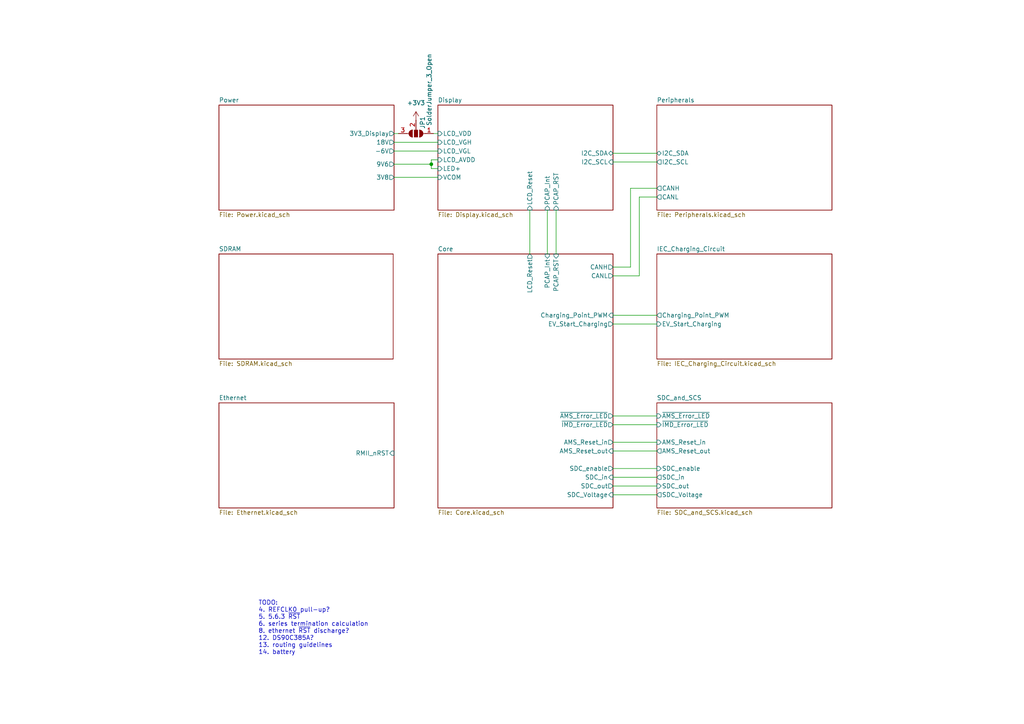
<source format=kicad_sch>
(kicad_sch (version 20250114) (generator "eeschema") (generator_version "9.0")
  (paper "A4")
  (lib_symbols
    (symbol "Jumper:SolderJumper_3_Open" (pin_names (offset 0) (hide yes)) (exclude_from_sim yes) (in_bom no)
      (property "Reference" "JP" (at -2.54 -2.54 0))
      (property "Value" "SolderJumper_3_Open" (at 0 2.794 0))
      (symbol "SolderJumper_3_Open_0_1"
        (polyline (pts (xy -2.54 0) (xy -2.032 0)))
        (polyline (pts (xy -1.016 1.016) (xy -1.016 -1.016)))
        (arc (start -1.016 -1.016) (mid -2.0276 0) (end -1.016 1.016))
        (arc (start -1.016 -1.016) (mid -2.0276 0) (end -1.016 1.016) (fill (type outline)))
        (rectangle (start -0.508 1.016) (end 0.508 -1.016) (fill (type outline)))
        (polyline (pts (xy 0 -1.27) (xy 0 -1.016)))
        (arc (start 1.016 1.016) (mid 2.0276 0) (end 1.016 -1.016))
        (arc (start 1.016 1.016) (mid 2.0276 0) (end 1.016 -1.016) (fill (type outline)))
        (polyline (pts (xy 1.016 1.016) (xy 1.016 -1.016)))
        (polyline (pts (xy 2.54 0) (xy 2.032 0)))
      )
      (symbol "SolderJumper_3_Open_1_1"
        (pin passive line (at -5.08 0 0) (length 2.54) (name "A") (number "1"))
        (pin passive line (at 0 -3.81 90) (length 2.54) (name "C") (number "2"))
        (pin passive line (at 5.08 0 180) (length 2.54) (name "B") (number "3"))
      )
    )
    (symbol "power:+3V3" (power) (pin_numbers (hide yes)) (pin_names (offset 0) (hide yes))
      (property "Value" "+3V3" (at 0 3.556 0))
      (symbol "+3V3_0_1"
        (polyline (pts (xy -0.762 1.27) (xy 0 2.54)))
        (polyline (pts (xy 0 2.54) (xy 0.762 1.27)))
        (polyline (pts (xy 0 0) (xy 0 2.54)))
      )
      (symbol "+3V3_1_1"
        (pin power_in line (at 0 0 90) (length 0) (name "~") (number "1"))
      )
    )
  )
  (text "TODO:\n4. REFCLK0 pull-up?\n5. 5.6.3 ~{RST}\n6. series termination calculation\n8. ethernet ~{RST} discharge?\n12. DS90C385A?\n13. routing guidelines\n14. battery" (at 74.93 182.118 0) (effects (font (size 1.27 1.27)) (justify left)))
  (junction (at 125.095 47.625))
  (wire (pts (xy 177.8 44.45) (xy 190.5 44.45)))
  (wire (pts (xy 177.8 46.99) (xy 190.5 46.99)))
  (wire (pts (xy 177.8 93.98) (xy 190.5 93.98)))
  (wire (pts (xy 177.8 130.81) (xy 190.5 130.81)))
  (wire (pts (xy 182.88 54.61) (xy 190.5 54.61)))
  (wire (pts (xy 190.5 57.15) (xy 185.42 57.15)))
  (wire (pts (xy 114.3 47.625) (xy 125.095 47.625)))
  (wire (pts (xy 177.8 91.44) (xy 190.5 91.44)))
  (wire (pts (xy 125.095 46.355) (xy 125.095 47.625)))
  (wire (pts (xy 177.8 120.65) (xy 190.5 120.65)))
  (wire (pts (xy 177.8 77.47) (xy 182.88 77.47)))
  (wire (pts (xy 177.8 138.43) (xy 190.5 138.43)))
  (wire (pts (xy 114.3 38.735) (xy 115.57 38.735)))
  (wire (pts (xy 114.3 43.815) (xy 127 43.815)))
  (wire (pts (xy 127 46.355) (xy 125.095 46.355)))
  (wire (pts (xy 177.8 140.97) (xy 190.5 140.97)))
  (wire (pts (xy 182.88 77.47) (xy 182.88 54.61)))
  (wire (pts (xy 114.3 51.435) (xy 127 51.435)))
  (wire (pts (xy 177.8 135.89) (xy 190.5 135.89)))
  (wire (pts (xy 185.42 80.01) (xy 177.8 80.01)))
  (wire (pts (xy 153.67 60.96) (xy 153.67 73.66)))
  (wire (pts (xy 185.42 57.15) (xy 185.42 80.01)))
  (wire (pts (xy 125.095 48.895) (xy 127 48.895)))
  (wire (pts (xy 158.75 60.96) (xy 158.75 73.66)))
  (wire (pts (xy 161.29 60.96) (xy 161.29 73.66)))
  (wire (pts (xy 177.8 143.51) (xy 190.5 143.51)))
  (wire (pts (xy 114.3 41.275) (xy 127 41.275)))
  (wire (pts (xy 125.095 47.625) (xy 125.095 48.895)))
  (wire (pts (xy 177.8 123.19) (xy 190.5 123.19)))
  (wire (pts (xy 125.73 38.735) (xy 127 38.735)))
  (wire (pts (xy 177.8 128.27) (xy 190.5 128.27)))
  (symbol (lib_id "Jumper:SolderJumper_3_Open") (at 120.65 38.735 180) (unit 1) (in_bom no)
    (property "Reference" "JP1" (at 122.555 35.56 90))
    (property "Value" "SolderJumper_3_Open" (at 124.46 26.035 90))
    (property "Footprint" "Jumper:SolderJumper-3_P1.3mm_Open_RoundedPad1.0x1.5mm" (effects (hide yes)))
    (property "Description" "Solder Jumper, 3-pole, open" (effects (hide yes)))
  )
  (symbol (lib_id "power:+3V3") (at 120.65 34.925 0) (unit 1)
    (property "Reference" "#PWR01" (effects (hide yes)))
    (property "Value" "+3V3" (at 120.65 29.845 0))
    (property "Description" "Power symbol creates a global label with name \"+3V3\"" (effects (hide yes)))
  )
  (sheet (at 63.5 73.66) (size 50.546 30.48) (stroke (width 0.1524))
    (property "Sheetname" "SDRAM" (at 63.5 72.9484 0) (effects (justify left bottom)))
    (property "Sheetfile" "SDRAM.kicad_sch" (at 63.5 104.7246 0) (effects (justify left top)))
  )
  (sheet (at 127 30.48) (size 50.8 30.48) (stroke (width 0.1524))
    (property "Sheetname" "Display" (at 127 29.7684 0) (effects (justify left bottom)))
    (property "Sheetfile" "Display.kicad_sch" (at 127 61.5446 0) (effects (justify left top)))
    (pin "VCOM" input (at 127 51.435 180))
    (pin "LCD_VDD" input (at 127 38.735 180))
    (pin "LED+" input (at 127 48.895 180))
    (pin "I2C_SCL" input (at 177.8 46.99 0))
    (pin "PCAP_Int" input (at 158.75 60.96 270))
    (pin "I2C_SDA" bidirectional (at 177.8 44.45 0))
    (pin "PCAP_RST" input (at 161.29 60.96 270))
    (pin "LCD_VGH" input (at 127 41.275 180))
    (pin "LCD_VGL" input (at 127 43.815 180))
    (pin "LCD_AVDD" input (at 127 46.355 180))
    (pin "LCD_Reset" input (at 153.67 60.96 270))
  )
  (sheet (at 127 73.66) (size 50.8 73.66) (stroke (width 0.1524))
    (property "Sheetname" "Core" (at 127 72.9484 0) (effects (justify left bottom)))
    (property "Sheetfile" "Core.kicad_sch" (at 127 147.9046 0) (effects (justify left top)))
    (pin "PCAP_RST" input (at 161.29 73.66 90))
    (pin "PCAP_Int" input (at 158.75 73.66 90))
    (pin "CANH" output (at 177.8 77.47 0))
    (pin "CANL" output (at 177.8 80.01 0))
    (pin "~{AMS_Error_LED}" output (at 177.8 120.65 0))
    (pin "~{IMD_Error_LED}" output (at 177.8 123.19 0))
    (pin "SDC_enable" output (at 177.8 135.89 0))
    (pin "AMS_Reset_out" input (at 177.8 130.81 0))
    (pin "SDC_Voltage" input (at 177.8 143.51 0))
    (pin "SDC_in" input (at 177.8 138.43 0))
    (pin "SDC_out" output (at 177.8 140.97 0))
    (pin "AMS_Reset_in" output (at 177.8 128.27 0))
    (pin "EV_Start_Charging" output (at 177.8 93.98 0))
    (pin "Charging_Point_PWM" input (at 177.8 91.44 0))
    (pin "LCD_Reset" output (at 153.67 73.66 90))
  )
  (sheet (at 63.5 116.84) (size 50.8 30.48) (stroke (width 0.1524))
    (property "Sheetname" "Ethernet" (at 63.5 116.1284 0) (effects (justify left bottom)))
    (property "Sheetfile" "Ethernet.kicad_sch" (at 63.5 147.9046 0) (effects (justify left top)))
    (pin "RMII_nRST" input (at 114.3 131.445 0))
  )
  (sheet (at 190.5 116.84) (size 50.8 30.48) (stroke (width 0.1524))
    (property "Sheetname" "SDC_and_SCS" (at 190.5 116.1284 0) (effects (justify left bottom)))
    (property "Sheetfile" "SDC_and_SCS.kicad_sch" (at 190.5 147.9046 0) (effects (justify left top)))
    (pin "~{IMD_Error_LED}" input (at 190.5 123.19 180))
    (pin "~{AMS_Error_LED}" input (at 190.5 120.65 180))
    (pin "AMS_Reset_in" input (at 190.5 128.27 180))
    (pin "AMS_Reset_out" output (at 190.5 130.81 180))
    (pin "SDC_enable" input (at 190.5 135.89 180))
    (pin "SDC_in" output (at 190.5 138.43 180))
    (pin "SDC_Voltage" output (at 190.5 143.51 180))
    (pin "SDC_out" input (at 190.5 140.97 180))
  )
  (sheet (at 190.5 30.48) (size 50.8 30.48) (stroke (width 0.1524))
    (property "Sheetname" "Peripherals" (at 190.5 29.7684 0) (effects (justify left bottom)))
    (property "Sheetfile" "Peripherals.kicad_sch" (at 190.5 61.5446 0) (effects (justify left top)))
    (pin "CANL" output (at 190.5 57.15 180))
    (pin "I2C_SDA" bidirectional (at 190.5 44.45 180))
    (pin "I2C_SCL" output (at 190.5 46.99 180))
    (pin "CANH" output (at 190.5 54.61 180))
  )
  (sheet (at 190.5 73.66) (size 50.8 30.48) (stroke (width 0.1524))
    (property "Sheetname" "IEC_Charging_Circuit" (at 190.5 72.9484 0) (effects (justify left bottom)))
    (property "Sheetfile" "IEC_Charging_Circuit.kicad_sch" (at 190.5 104.7246 0) (effects (justify left top)))
    (pin "Charging_Point_PWM" output (at 190.5 91.44 180))
    (pin "EV_Start_Charging" input (at 190.5 93.98 180))
  )
  (sheet (at 63.5 30.48) (size 50.8 30.48) (stroke (width 0.1524))
    (property "Sheetname" "Power" (at 63.5 29.7684 0) (effects (justify left bottom)))
    (property "Sheetfile" "Power.kicad_sch" (at 63.5 61.5446 0) (effects (justify left top)))
    (pin "3V3_Display" output (at 114.3 38.735 0))
    (pin "3V8" output (at 114.3 51.435 0))
    (pin "18V" output (at 114.3 41.275 0))
    (pin "-6V" output (at 114.3 43.815 0))
    (pin "9V6" output (at 114.3 47.625 0))
  )
)
</source>
